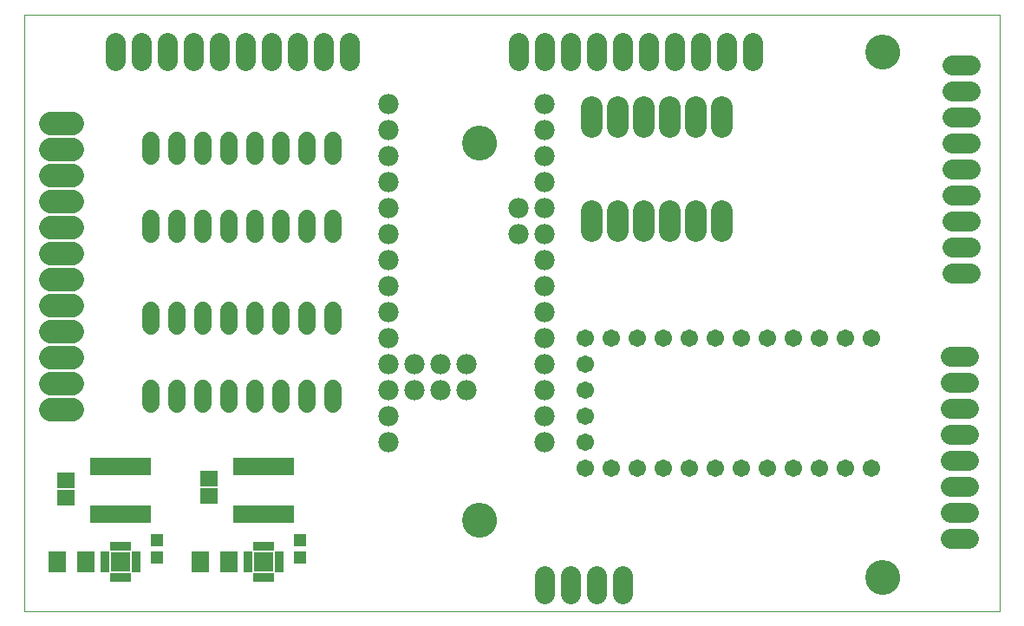
<source format=gts>
G75*
%MOIN*%
%OFA0B0*%
%FSLAX25Y25*%
%IPPOS*%
%LPD*%
%AMOC8*
5,1,8,0,0,1.08239X$1,22.5*
%
%ADD10C,0.00000*%
%ADD11C,0.13398*%
%ADD12R,0.07493X0.07493*%
%ADD13R,0.02139X0.03359*%
%ADD14R,0.03359X0.02139*%
%ADD15R,0.07099X0.07887*%
%ADD16R,0.06706X0.05918*%
%ADD17R,0.23241X0.07099*%
%ADD18R,0.04737X0.05131*%
%ADD19C,0.06737*%
%ADD20C,0.07800*%
%ADD21C,0.09068*%
%ADD22C,0.07800*%
%ADD23C,0.06737*%
%ADD24C,0.08477*%
D10*
X0001000Y0002050D02*
X0001000Y0231459D01*
X0376079Y0231459D01*
X0376079Y0002050D01*
X0001000Y0002050D01*
X0169701Y0037050D02*
X0169703Y0037208D01*
X0169709Y0037366D01*
X0169719Y0037524D01*
X0169733Y0037682D01*
X0169751Y0037839D01*
X0169772Y0037996D01*
X0169798Y0038152D01*
X0169828Y0038308D01*
X0169861Y0038463D01*
X0169899Y0038616D01*
X0169940Y0038769D01*
X0169985Y0038921D01*
X0170034Y0039072D01*
X0170087Y0039221D01*
X0170143Y0039369D01*
X0170203Y0039515D01*
X0170267Y0039660D01*
X0170335Y0039803D01*
X0170406Y0039945D01*
X0170480Y0040085D01*
X0170558Y0040222D01*
X0170640Y0040358D01*
X0170724Y0040492D01*
X0170813Y0040623D01*
X0170904Y0040752D01*
X0170999Y0040879D01*
X0171096Y0041004D01*
X0171197Y0041126D01*
X0171301Y0041245D01*
X0171408Y0041362D01*
X0171518Y0041476D01*
X0171631Y0041587D01*
X0171746Y0041696D01*
X0171864Y0041801D01*
X0171985Y0041903D01*
X0172108Y0042003D01*
X0172234Y0042099D01*
X0172362Y0042192D01*
X0172492Y0042282D01*
X0172625Y0042368D01*
X0172760Y0042452D01*
X0172896Y0042531D01*
X0173035Y0042608D01*
X0173176Y0042680D01*
X0173318Y0042750D01*
X0173462Y0042815D01*
X0173608Y0042877D01*
X0173755Y0042935D01*
X0173904Y0042990D01*
X0174054Y0043041D01*
X0174205Y0043088D01*
X0174357Y0043131D01*
X0174510Y0043170D01*
X0174665Y0043206D01*
X0174820Y0043237D01*
X0174976Y0043265D01*
X0175132Y0043289D01*
X0175289Y0043309D01*
X0175447Y0043325D01*
X0175604Y0043337D01*
X0175763Y0043345D01*
X0175921Y0043349D01*
X0176079Y0043349D01*
X0176237Y0043345D01*
X0176396Y0043337D01*
X0176553Y0043325D01*
X0176711Y0043309D01*
X0176868Y0043289D01*
X0177024Y0043265D01*
X0177180Y0043237D01*
X0177335Y0043206D01*
X0177490Y0043170D01*
X0177643Y0043131D01*
X0177795Y0043088D01*
X0177946Y0043041D01*
X0178096Y0042990D01*
X0178245Y0042935D01*
X0178392Y0042877D01*
X0178538Y0042815D01*
X0178682Y0042750D01*
X0178824Y0042680D01*
X0178965Y0042608D01*
X0179104Y0042531D01*
X0179240Y0042452D01*
X0179375Y0042368D01*
X0179508Y0042282D01*
X0179638Y0042192D01*
X0179766Y0042099D01*
X0179892Y0042003D01*
X0180015Y0041903D01*
X0180136Y0041801D01*
X0180254Y0041696D01*
X0180369Y0041587D01*
X0180482Y0041476D01*
X0180592Y0041362D01*
X0180699Y0041245D01*
X0180803Y0041126D01*
X0180904Y0041004D01*
X0181001Y0040879D01*
X0181096Y0040752D01*
X0181187Y0040623D01*
X0181276Y0040492D01*
X0181360Y0040358D01*
X0181442Y0040222D01*
X0181520Y0040085D01*
X0181594Y0039945D01*
X0181665Y0039803D01*
X0181733Y0039660D01*
X0181797Y0039515D01*
X0181857Y0039369D01*
X0181913Y0039221D01*
X0181966Y0039072D01*
X0182015Y0038921D01*
X0182060Y0038769D01*
X0182101Y0038616D01*
X0182139Y0038463D01*
X0182172Y0038308D01*
X0182202Y0038152D01*
X0182228Y0037996D01*
X0182249Y0037839D01*
X0182267Y0037682D01*
X0182281Y0037524D01*
X0182291Y0037366D01*
X0182297Y0037208D01*
X0182299Y0037050D01*
X0182297Y0036892D01*
X0182291Y0036734D01*
X0182281Y0036576D01*
X0182267Y0036418D01*
X0182249Y0036261D01*
X0182228Y0036104D01*
X0182202Y0035948D01*
X0182172Y0035792D01*
X0182139Y0035637D01*
X0182101Y0035484D01*
X0182060Y0035331D01*
X0182015Y0035179D01*
X0181966Y0035028D01*
X0181913Y0034879D01*
X0181857Y0034731D01*
X0181797Y0034585D01*
X0181733Y0034440D01*
X0181665Y0034297D01*
X0181594Y0034155D01*
X0181520Y0034015D01*
X0181442Y0033878D01*
X0181360Y0033742D01*
X0181276Y0033608D01*
X0181187Y0033477D01*
X0181096Y0033348D01*
X0181001Y0033221D01*
X0180904Y0033096D01*
X0180803Y0032974D01*
X0180699Y0032855D01*
X0180592Y0032738D01*
X0180482Y0032624D01*
X0180369Y0032513D01*
X0180254Y0032404D01*
X0180136Y0032299D01*
X0180015Y0032197D01*
X0179892Y0032097D01*
X0179766Y0032001D01*
X0179638Y0031908D01*
X0179508Y0031818D01*
X0179375Y0031732D01*
X0179240Y0031648D01*
X0179104Y0031569D01*
X0178965Y0031492D01*
X0178824Y0031420D01*
X0178682Y0031350D01*
X0178538Y0031285D01*
X0178392Y0031223D01*
X0178245Y0031165D01*
X0178096Y0031110D01*
X0177946Y0031059D01*
X0177795Y0031012D01*
X0177643Y0030969D01*
X0177490Y0030930D01*
X0177335Y0030894D01*
X0177180Y0030863D01*
X0177024Y0030835D01*
X0176868Y0030811D01*
X0176711Y0030791D01*
X0176553Y0030775D01*
X0176396Y0030763D01*
X0176237Y0030755D01*
X0176079Y0030751D01*
X0175921Y0030751D01*
X0175763Y0030755D01*
X0175604Y0030763D01*
X0175447Y0030775D01*
X0175289Y0030791D01*
X0175132Y0030811D01*
X0174976Y0030835D01*
X0174820Y0030863D01*
X0174665Y0030894D01*
X0174510Y0030930D01*
X0174357Y0030969D01*
X0174205Y0031012D01*
X0174054Y0031059D01*
X0173904Y0031110D01*
X0173755Y0031165D01*
X0173608Y0031223D01*
X0173462Y0031285D01*
X0173318Y0031350D01*
X0173176Y0031420D01*
X0173035Y0031492D01*
X0172896Y0031569D01*
X0172760Y0031648D01*
X0172625Y0031732D01*
X0172492Y0031818D01*
X0172362Y0031908D01*
X0172234Y0032001D01*
X0172108Y0032097D01*
X0171985Y0032197D01*
X0171864Y0032299D01*
X0171746Y0032404D01*
X0171631Y0032513D01*
X0171518Y0032624D01*
X0171408Y0032738D01*
X0171301Y0032855D01*
X0171197Y0032974D01*
X0171096Y0033096D01*
X0170999Y0033221D01*
X0170904Y0033348D01*
X0170813Y0033477D01*
X0170724Y0033608D01*
X0170640Y0033742D01*
X0170558Y0033878D01*
X0170480Y0034015D01*
X0170406Y0034155D01*
X0170335Y0034297D01*
X0170267Y0034440D01*
X0170203Y0034585D01*
X0170143Y0034731D01*
X0170087Y0034879D01*
X0170034Y0035028D01*
X0169985Y0035179D01*
X0169940Y0035331D01*
X0169899Y0035484D01*
X0169861Y0035637D01*
X0169828Y0035792D01*
X0169798Y0035948D01*
X0169772Y0036104D01*
X0169751Y0036261D01*
X0169733Y0036418D01*
X0169719Y0036576D01*
X0169709Y0036734D01*
X0169703Y0036892D01*
X0169701Y0037050D01*
X0324701Y0015050D02*
X0324703Y0015208D01*
X0324709Y0015366D01*
X0324719Y0015524D01*
X0324733Y0015682D01*
X0324751Y0015839D01*
X0324772Y0015996D01*
X0324798Y0016152D01*
X0324828Y0016308D01*
X0324861Y0016463D01*
X0324899Y0016616D01*
X0324940Y0016769D01*
X0324985Y0016921D01*
X0325034Y0017072D01*
X0325087Y0017221D01*
X0325143Y0017369D01*
X0325203Y0017515D01*
X0325267Y0017660D01*
X0325335Y0017803D01*
X0325406Y0017945D01*
X0325480Y0018085D01*
X0325558Y0018222D01*
X0325640Y0018358D01*
X0325724Y0018492D01*
X0325813Y0018623D01*
X0325904Y0018752D01*
X0325999Y0018879D01*
X0326096Y0019004D01*
X0326197Y0019126D01*
X0326301Y0019245D01*
X0326408Y0019362D01*
X0326518Y0019476D01*
X0326631Y0019587D01*
X0326746Y0019696D01*
X0326864Y0019801D01*
X0326985Y0019903D01*
X0327108Y0020003D01*
X0327234Y0020099D01*
X0327362Y0020192D01*
X0327492Y0020282D01*
X0327625Y0020368D01*
X0327760Y0020452D01*
X0327896Y0020531D01*
X0328035Y0020608D01*
X0328176Y0020680D01*
X0328318Y0020750D01*
X0328462Y0020815D01*
X0328608Y0020877D01*
X0328755Y0020935D01*
X0328904Y0020990D01*
X0329054Y0021041D01*
X0329205Y0021088D01*
X0329357Y0021131D01*
X0329510Y0021170D01*
X0329665Y0021206D01*
X0329820Y0021237D01*
X0329976Y0021265D01*
X0330132Y0021289D01*
X0330289Y0021309D01*
X0330447Y0021325D01*
X0330604Y0021337D01*
X0330763Y0021345D01*
X0330921Y0021349D01*
X0331079Y0021349D01*
X0331237Y0021345D01*
X0331396Y0021337D01*
X0331553Y0021325D01*
X0331711Y0021309D01*
X0331868Y0021289D01*
X0332024Y0021265D01*
X0332180Y0021237D01*
X0332335Y0021206D01*
X0332490Y0021170D01*
X0332643Y0021131D01*
X0332795Y0021088D01*
X0332946Y0021041D01*
X0333096Y0020990D01*
X0333245Y0020935D01*
X0333392Y0020877D01*
X0333538Y0020815D01*
X0333682Y0020750D01*
X0333824Y0020680D01*
X0333965Y0020608D01*
X0334104Y0020531D01*
X0334240Y0020452D01*
X0334375Y0020368D01*
X0334508Y0020282D01*
X0334638Y0020192D01*
X0334766Y0020099D01*
X0334892Y0020003D01*
X0335015Y0019903D01*
X0335136Y0019801D01*
X0335254Y0019696D01*
X0335369Y0019587D01*
X0335482Y0019476D01*
X0335592Y0019362D01*
X0335699Y0019245D01*
X0335803Y0019126D01*
X0335904Y0019004D01*
X0336001Y0018879D01*
X0336096Y0018752D01*
X0336187Y0018623D01*
X0336276Y0018492D01*
X0336360Y0018358D01*
X0336442Y0018222D01*
X0336520Y0018085D01*
X0336594Y0017945D01*
X0336665Y0017803D01*
X0336733Y0017660D01*
X0336797Y0017515D01*
X0336857Y0017369D01*
X0336913Y0017221D01*
X0336966Y0017072D01*
X0337015Y0016921D01*
X0337060Y0016769D01*
X0337101Y0016616D01*
X0337139Y0016463D01*
X0337172Y0016308D01*
X0337202Y0016152D01*
X0337228Y0015996D01*
X0337249Y0015839D01*
X0337267Y0015682D01*
X0337281Y0015524D01*
X0337291Y0015366D01*
X0337297Y0015208D01*
X0337299Y0015050D01*
X0337297Y0014892D01*
X0337291Y0014734D01*
X0337281Y0014576D01*
X0337267Y0014418D01*
X0337249Y0014261D01*
X0337228Y0014104D01*
X0337202Y0013948D01*
X0337172Y0013792D01*
X0337139Y0013637D01*
X0337101Y0013484D01*
X0337060Y0013331D01*
X0337015Y0013179D01*
X0336966Y0013028D01*
X0336913Y0012879D01*
X0336857Y0012731D01*
X0336797Y0012585D01*
X0336733Y0012440D01*
X0336665Y0012297D01*
X0336594Y0012155D01*
X0336520Y0012015D01*
X0336442Y0011878D01*
X0336360Y0011742D01*
X0336276Y0011608D01*
X0336187Y0011477D01*
X0336096Y0011348D01*
X0336001Y0011221D01*
X0335904Y0011096D01*
X0335803Y0010974D01*
X0335699Y0010855D01*
X0335592Y0010738D01*
X0335482Y0010624D01*
X0335369Y0010513D01*
X0335254Y0010404D01*
X0335136Y0010299D01*
X0335015Y0010197D01*
X0334892Y0010097D01*
X0334766Y0010001D01*
X0334638Y0009908D01*
X0334508Y0009818D01*
X0334375Y0009732D01*
X0334240Y0009648D01*
X0334104Y0009569D01*
X0333965Y0009492D01*
X0333824Y0009420D01*
X0333682Y0009350D01*
X0333538Y0009285D01*
X0333392Y0009223D01*
X0333245Y0009165D01*
X0333096Y0009110D01*
X0332946Y0009059D01*
X0332795Y0009012D01*
X0332643Y0008969D01*
X0332490Y0008930D01*
X0332335Y0008894D01*
X0332180Y0008863D01*
X0332024Y0008835D01*
X0331868Y0008811D01*
X0331711Y0008791D01*
X0331553Y0008775D01*
X0331396Y0008763D01*
X0331237Y0008755D01*
X0331079Y0008751D01*
X0330921Y0008751D01*
X0330763Y0008755D01*
X0330604Y0008763D01*
X0330447Y0008775D01*
X0330289Y0008791D01*
X0330132Y0008811D01*
X0329976Y0008835D01*
X0329820Y0008863D01*
X0329665Y0008894D01*
X0329510Y0008930D01*
X0329357Y0008969D01*
X0329205Y0009012D01*
X0329054Y0009059D01*
X0328904Y0009110D01*
X0328755Y0009165D01*
X0328608Y0009223D01*
X0328462Y0009285D01*
X0328318Y0009350D01*
X0328176Y0009420D01*
X0328035Y0009492D01*
X0327896Y0009569D01*
X0327760Y0009648D01*
X0327625Y0009732D01*
X0327492Y0009818D01*
X0327362Y0009908D01*
X0327234Y0010001D01*
X0327108Y0010097D01*
X0326985Y0010197D01*
X0326864Y0010299D01*
X0326746Y0010404D01*
X0326631Y0010513D01*
X0326518Y0010624D01*
X0326408Y0010738D01*
X0326301Y0010855D01*
X0326197Y0010974D01*
X0326096Y0011096D01*
X0325999Y0011221D01*
X0325904Y0011348D01*
X0325813Y0011477D01*
X0325724Y0011608D01*
X0325640Y0011742D01*
X0325558Y0011878D01*
X0325480Y0012015D01*
X0325406Y0012155D01*
X0325335Y0012297D01*
X0325267Y0012440D01*
X0325203Y0012585D01*
X0325143Y0012731D01*
X0325087Y0012879D01*
X0325034Y0013028D01*
X0324985Y0013179D01*
X0324940Y0013331D01*
X0324899Y0013484D01*
X0324861Y0013637D01*
X0324828Y0013792D01*
X0324798Y0013948D01*
X0324772Y0014104D01*
X0324751Y0014261D01*
X0324733Y0014418D01*
X0324719Y0014576D01*
X0324709Y0014734D01*
X0324703Y0014892D01*
X0324701Y0015050D01*
X0169701Y0182050D02*
X0169703Y0182208D01*
X0169709Y0182366D01*
X0169719Y0182524D01*
X0169733Y0182682D01*
X0169751Y0182839D01*
X0169772Y0182996D01*
X0169798Y0183152D01*
X0169828Y0183308D01*
X0169861Y0183463D01*
X0169899Y0183616D01*
X0169940Y0183769D01*
X0169985Y0183921D01*
X0170034Y0184072D01*
X0170087Y0184221D01*
X0170143Y0184369D01*
X0170203Y0184515D01*
X0170267Y0184660D01*
X0170335Y0184803D01*
X0170406Y0184945D01*
X0170480Y0185085D01*
X0170558Y0185222D01*
X0170640Y0185358D01*
X0170724Y0185492D01*
X0170813Y0185623D01*
X0170904Y0185752D01*
X0170999Y0185879D01*
X0171096Y0186004D01*
X0171197Y0186126D01*
X0171301Y0186245D01*
X0171408Y0186362D01*
X0171518Y0186476D01*
X0171631Y0186587D01*
X0171746Y0186696D01*
X0171864Y0186801D01*
X0171985Y0186903D01*
X0172108Y0187003D01*
X0172234Y0187099D01*
X0172362Y0187192D01*
X0172492Y0187282D01*
X0172625Y0187368D01*
X0172760Y0187452D01*
X0172896Y0187531D01*
X0173035Y0187608D01*
X0173176Y0187680D01*
X0173318Y0187750D01*
X0173462Y0187815D01*
X0173608Y0187877D01*
X0173755Y0187935D01*
X0173904Y0187990D01*
X0174054Y0188041D01*
X0174205Y0188088D01*
X0174357Y0188131D01*
X0174510Y0188170D01*
X0174665Y0188206D01*
X0174820Y0188237D01*
X0174976Y0188265D01*
X0175132Y0188289D01*
X0175289Y0188309D01*
X0175447Y0188325D01*
X0175604Y0188337D01*
X0175763Y0188345D01*
X0175921Y0188349D01*
X0176079Y0188349D01*
X0176237Y0188345D01*
X0176396Y0188337D01*
X0176553Y0188325D01*
X0176711Y0188309D01*
X0176868Y0188289D01*
X0177024Y0188265D01*
X0177180Y0188237D01*
X0177335Y0188206D01*
X0177490Y0188170D01*
X0177643Y0188131D01*
X0177795Y0188088D01*
X0177946Y0188041D01*
X0178096Y0187990D01*
X0178245Y0187935D01*
X0178392Y0187877D01*
X0178538Y0187815D01*
X0178682Y0187750D01*
X0178824Y0187680D01*
X0178965Y0187608D01*
X0179104Y0187531D01*
X0179240Y0187452D01*
X0179375Y0187368D01*
X0179508Y0187282D01*
X0179638Y0187192D01*
X0179766Y0187099D01*
X0179892Y0187003D01*
X0180015Y0186903D01*
X0180136Y0186801D01*
X0180254Y0186696D01*
X0180369Y0186587D01*
X0180482Y0186476D01*
X0180592Y0186362D01*
X0180699Y0186245D01*
X0180803Y0186126D01*
X0180904Y0186004D01*
X0181001Y0185879D01*
X0181096Y0185752D01*
X0181187Y0185623D01*
X0181276Y0185492D01*
X0181360Y0185358D01*
X0181442Y0185222D01*
X0181520Y0185085D01*
X0181594Y0184945D01*
X0181665Y0184803D01*
X0181733Y0184660D01*
X0181797Y0184515D01*
X0181857Y0184369D01*
X0181913Y0184221D01*
X0181966Y0184072D01*
X0182015Y0183921D01*
X0182060Y0183769D01*
X0182101Y0183616D01*
X0182139Y0183463D01*
X0182172Y0183308D01*
X0182202Y0183152D01*
X0182228Y0182996D01*
X0182249Y0182839D01*
X0182267Y0182682D01*
X0182281Y0182524D01*
X0182291Y0182366D01*
X0182297Y0182208D01*
X0182299Y0182050D01*
X0182297Y0181892D01*
X0182291Y0181734D01*
X0182281Y0181576D01*
X0182267Y0181418D01*
X0182249Y0181261D01*
X0182228Y0181104D01*
X0182202Y0180948D01*
X0182172Y0180792D01*
X0182139Y0180637D01*
X0182101Y0180484D01*
X0182060Y0180331D01*
X0182015Y0180179D01*
X0181966Y0180028D01*
X0181913Y0179879D01*
X0181857Y0179731D01*
X0181797Y0179585D01*
X0181733Y0179440D01*
X0181665Y0179297D01*
X0181594Y0179155D01*
X0181520Y0179015D01*
X0181442Y0178878D01*
X0181360Y0178742D01*
X0181276Y0178608D01*
X0181187Y0178477D01*
X0181096Y0178348D01*
X0181001Y0178221D01*
X0180904Y0178096D01*
X0180803Y0177974D01*
X0180699Y0177855D01*
X0180592Y0177738D01*
X0180482Y0177624D01*
X0180369Y0177513D01*
X0180254Y0177404D01*
X0180136Y0177299D01*
X0180015Y0177197D01*
X0179892Y0177097D01*
X0179766Y0177001D01*
X0179638Y0176908D01*
X0179508Y0176818D01*
X0179375Y0176732D01*
X0179240Y0176648D01*
X0179104Y0176569D01*
X0178965Y0176492D01*
X0178824Y0176420D01*
X0178682Y0176350D01*
X0178538Y0176285D01*
X0178392Y0176223D01*
X0178245Y0176165D01*
X0178096Y0176110D01*
X0177946Y0176059D01*
X0177795Y0176012D01*
X0177643Y0175969D01*
X0177490Y0175930D01*
X0177335Y0175894D01*
X0177180Y0175863D01*
X0177024Y0175835D01*
X0176868Y0175811D01*
X0176711Y0175791D01*
X0176553Y0175775D01*
X0176396Y0175763D01*
X0176237Y0175755D01*
X0176079Y0175751D01*
X0175921Y0175751D01*
X0175763Y0175755D01*
X0175604Y0175763D01*
X0175447Y0175775D01*
X0175289Y0175791D01*
X0175132Y0175811D01*
X0174976Y0175835D01*
X0174820Y0175863D01*
X0174665Y0175894D01*
X0174510Y0175930D01*
X0174357Y0175969D01*
X0174205Y0176012D01*
X0174054Y0176059D01*
X0173904Y0176110D01*
X0173755Y0176165D01*
X0173608Y0176223D01*
X0173462Y0176285D01*
X0173318Y0176350D01*
X0173176Y0176420D01*
X0173035Y0176492D01*
X0172896Y0176569D01*
X0172760Y0176648D01*
X0172625Y0176732D01*
X0172492Y0176818D01*
X0172362Y0176908D01*
X0172234Y0177001D01*
X0172108Y0177097D01*
X0171985Y0177197D01*
X0171864Y0177299D01*
X0171746Y0177404D01*
X0171631Y0177513D01*
X0171518Y0177624D01*
X0171408Y0177738D01*
X0171301Y0177855D01*
X0171197Y0177974D01*
X0171096Y0178096D01*
X0170999Y0178221D01*
X0170904Y0178348D01*
X0170813Y0178477D01*
X0170724Y0178608D01*
X0170640Y0178742D01*
X0170558Y0178878D01*
X0170480Y0179015D01*
X0170406Y0179155D01*
X0170335Y0179297D01*
X0170267Y0179440D01*
X0170203Y0179585D01*
X0170143Y0179731D01*
X0170087Y0179879D01*
X0170034Y0180028D01*
X0169985Y0180179D01*
X0169940Y0180331D01*
X0169899Y0180484D01*
X0169861Y0180637D01*
X0169828Y0180792D01*
X0169798Y0180948D01*
X0169772Y0181104D01*
X0169751Y0181261D01*
X0169733Y0181418D01*
X0169719Y0181576D01*
X0169709Y0181734D01*
X0169703Y0181892D01*
X0169701Y0182050D01*
X0324701Y0217050D02*
X0324703Y0217208D01*
X0324709Y0217366D01*
X0324719Y0217524D01*
X0324733Y0217682D01*
X0324751Y0217839D01*
X0324772Y0217996D01*
X0324798Y0218152D01*
X0324828Y0218308D01*
X0324861Y0218463D01*
X0324899Y0218616D01*
X0324940Y0218769D01*
X0324985Y0218921D01*
X0325034Y0219072D01*
X0325087Y0219221D01*
X0325143Y0219369D01*
X0325203Y0219515D01*
X0325267Y0219660D01*
X0325335Y0219803D01*
X0325406Y0219945D01*
X0325480Y0220085D01*
X0325558Y0220222D01*
X0325640Y0220358D01*
X0325724Y0220492D01*
X0325813Y0220623D01*
X0325904Y0220752D01*
X0325999Y0220879D01*
X0326096Y0221004D01*
X0326197Y0221126D01*
X0326301Y0221245D01*
X0326408Y0221362D01*
X0326518Y0221476D01*
X0326631Y0221587D01*
X0326746Y0221696D01*
X0326864Y0221801D01*
X0326985Y0221903D01*
X0327108Y0222003D01*
X0327234Y0222099D01*
X0327362Y0222192D01*
X0327492Y0222282D01*
X0327625Y0222368D01*
X0327760Y0222452D01*
X0327896Y0222531D01*
X0328035Y0222608D01*
X0328176Y0222680D01*
X0328318Y0222750D01*
X0328462Y0222815D01*
X0328608Y0222877D01*
X0328755Y0222935D01*
X0328904Y0222990D01*
X0329054Y0223041D01*
X0329205Y0223088D01*
X0329357Y0223131D01*
X0329510Y0223170D01*
X0329665Y0223206D01*
X0329820Y0223237D01*
X0329976Y0223265D01*
X0330132Y0223289D01*
X0330289Y0223309D01*
X0330447Y0223325D01*
X0330604Y0223337D01*
X0330763Y0223345D01*
X0330921Y0223349D01*
X0331079Y0223349D01*
X0331237Y0223345D01*
X0331396Y0223337D01*
X0331553Y0223325D01*
X0331711Y0223309D01*
X0331868Y0223289D01*
X0332024Y0223265D01*
X0332180Y0223237D01*
X0332335Y0223206D01*
X0332490Y0223170D01*
X0332643Y0223131D01*
X0332795Y0223088D01*
X0332946Y0223041D01*
X0333096Y0222990D01*
X0333245Y0222935D01*
X0333392Y0222877D01*
X0333538Y0222815D01*
X0333682Y0222750D01*
X0333824Y0222680D01*
X0333965Y0222608D01*
X0334104Y0222531D01*
X0334240Y0222452D01*
X0334375Y0222368D01*
X0334508Y0222282D01*
X0334638Y0222192D01*
X0334766Y0222099D01*
X0334892Y0222003D01*
X0335015Y0221903D01*
X0335136Y0221801D01*
X0335254Y0221696D01*
X0335369Y0221587D01*
X0335482Y0221476D01*
X0335592Y0221362D01*
X0335699Y0221245D01*
X0335803Y0221126D01*
X0335904Y0221004D01*
X0336001Y0220879D01*
X0336096Y0220752D01*
X0336187Y0220623D01*
X0336276Y0220492D01*
X0336360Y0220358D01*
X0336442Y0220222D01*
X0336520Y0220085D01*
X0336594Y0219945D01*
X0336665Y0219803D01*
X0336733Y0219660D01*
X0336797Y0219515D01*
X0336857Y0219369D01*
X0336913Y0219221D01*
X0336966Y0219072D01*
X0337015Y0218921D01*
X0337060Y0218769D01*
X0337101Y0218616D01*
X0337139Y0218463D01*
X0337172Y0218308D01*
X0337202Y0218152D01*
X0337228Y0217996D01*
X0337249Y0217839D01*
X0337267Y0217682D01*
X0337281Y0217524D01*
X0337291Y0217366D01*
X0337297Y0217208D01*
X0337299Y0217050D01*
X0337297Y0216892D01*
X0337291Y0216734D01*
X0337281Y0216576D01*
X0337267Y0216418D01*
X0337249Y0216261D01*
X0337228Y0216104D01*
X0337202Y0215948D01*
X0337172Y0215792D01*
X0337139Y0215637D01*
X0337101Y0215484D01*
X0337060Y0215331D01*
X0337015Y0215179D01*
X0336966Y0215028D01*
X0336913Y0214879D01*
X0336857Y0214731D01*
X0336797Y0214585D01*
X0336733Y0214440D01*
X0336665Y0214297D01*
X0336594Y0214155D01*
X0336520Y0214015D01*
X0336442Y0213878D01*
X0336360Y0213742D01*
X0336276Y0213608D01*
X0336187Y0213477D01*
X0336096Y0213348D01*
X0336001Y0213221D01*
X0335904Y0213096D01*
X0335803Y0212974D01*
X0335699Y0212855D01*
X0335592Y0212738D01*
X0335482Y0212624D01*
X0335369Y0212513D01*
X0335254Y0212404D01*
X0335136Y0212299D01*
X0335015Y0212197D01*
X0334892Y0212097D01*
X0334766Y0212001D01*
X0334638Y0211908D01*
X0334508Y0211818D01*
X0334375Y0211732D01*
X0334240Y0211648D01*
X0334104Y0211569D01*
X0333965Y0211492D01*
X0333824Y0211420D01*
X0333682Y0211350D01*
X0333538Y0211285D01*
X0333392Y0211223D01*
X0333245Y0211165D01*
X0333096Y0211110D01*
X0332946Y0211059D01*
X0332795Y0211012D01*
X0332643Y0210969D01*
X0332490Y0210930D01*
X0332335Y0210894D01*
X0332180Y0210863D01*
X0332024Y0210835D01*
X0331868Y0210811D01*
X0331711Y0210791D01*
X0331553Y0210775D01*
X0331396Y0210763D01*
X0331237Y0210755D01*
X0331079Y0210751D01*
X0330921Y0210751D01*
X0330763Y0210755D01*
X0330604Y0210763D01*
X0330447Y0210775D01*
X0330289Y0210791D01*
X0330132Y0210811D01*
X0329976Y0210835D01*
X0329820Y0210863D01*
X0329665Y0210894D01*
X0329510Y0210930D01*
X0329357Y0210969D01*
X0329205Y0211012D01*
X0329054Y0211059D01*
X0328904Y0211110D01*
X0328755Y0211165D01*
X0328608Y0211223D01*
X0328462Y0211285D01*
X0328318Y0211350D01*
X0328176Y0211420D01*
X0328035Y0211492D01*
X0327896Y0211569D01*
X0327760Y0211648D01*
X0327625Y0211732D01*
X0327492Y0211818D01*
X0327362Y0211908D01*
X0327234Y0212001D01*
X0327108Y0212097D01*
X0326985Y0212197D01*
X0326864Y0212299D01*
X0326746Y0212404D01*
X0326631Y0212513D01*
X0326518Y0212624D01*
X0326408Y0212738D01*
X0326301Y0212855D01*
X0326197Y0212974D01*
X0326096Y0213096D01*
X0325999Y0213221D01*
X0325904Y0213348D01*
X0325813Y0213477D01*
X0325724Y0213608D01*
X0325640Y0213742D01*
X0325558Y0213878D01*
X0325480Y0214015D01*
X0325406Y0214155D01*
X0325335Y0214297D01*
X0325267Y0214440D01*
X0325203Y0214585D01*
X0325143Y0214731D01*
X0325087Y0214879D01*
X0325034Y0215028D01*
X0324985Y0215179D01*
X0324940Y0215331D01*
X0324899Y0215484D01*
X0324861Y0215637D01*
X0324828Y0215792D01*
X0324798Y0215948D01*
X0324772Y0216104D01*
X0324751Y0216261D01*
X0324733Y0216418D01*
X0324719Y0216576D01*
X0324709Y0216734D01*
X0324703Y0216892D01*
X0324701Y0217050D01*
D11*
X0331000Y0217050D03*
X0176000Y0182050D03*
X0176000Y0037050D03*
X0331000Y0015050D03*
D12*
X0093000Y0021050D03*
X0038000Y0021050D03*
D13*
X0037016Y0026956D03*
X0038984Y0026956D03*
X0040953Y0026956D03*
X0035047Y0026956D03*
X0035047Y0015144D03*
X0037016Y0015144D03*
X0038984Y0015144D03*
X0040953Y0015144D03*
X0090047Y0015144D03*
X0092016Y0015144D03*
X0093984Y0015144D03*
X0095953Y0015144D03*
X0095953Y0026956D03*
X0093984Y0026956D03*
X0092016Y0026956D03*
X0090047Y0026956D03*
D14*
X0087094Y0024003D03*
X0087094Y0022034D03*
X0087094Y0020066D03*
X0087094Y0018097D03*
X0098906Y0018097D03*
X0098906Y0020066D03*
X0098906Y0022034D03*
X0098906Y0024003D03*
X0043906Y0024003D03*
X0043906Y0022034D03*
X0043906Y0020066D03*
X0043906Y0018097D03*
X0032094Y0018097D03*
X0032094Y0020066D03*
X0032094Y0022034D03*
X0032094Y0024003D03*
D15*
X0024512Y0021050D03*
X0013488Y0021050D03*
X0068488Y0021050D03*
X0079512Y0021050D03*
D16*
X0072000Y0046204D03*
X0072000Y0052896D03*
X0017000Y0052396D03*
X0017000Y0045704D03*
D17*
X0038000Y0039298D03*
X0038000Y0057802D03*
X0093000Y0057802D03*
X0093000Y0039298D03*
D18*
X0107000Y0029396D03*
X0107000Y0022704D03*
X0052000Y0022704D03*
X0052000Y0029396D03*
D19*
X0049500Y0081581D02*
X0049500Y0087519D01*
X0059500Y0087519D02*
X0059500Y0081581D01*
X0069500Y0081581D02*
X0069500Y0087519D01*
X0079500Y0087519D02*
X0079500Y0081581D01*
X0089500Y0081581D02*
X0089500Y0087519D01*
X0099500Y0087519D02*
X0099500Y0081581D01*
X0109500Y0081581D02*
X0109500Y0087519D01*
X0119500Y0087519D02*
X0119500Y0081581D01*
X0119500Y0111581D02*
X0119500Y0117519D01*
X0109500Y0117519D02*
X0109500Y0111581D01*
X0099500Y0111581D02*
X0099500Y0117519D01*
X0089500Y0117519D02*
X0089500Y0111581D01*
X0079500Y0111581D02*
X0079500Y0117519D01*
X0069500Y0117519D02*
X0069500Y0111581D01*
X0059500Y0111581D02*
X0059500Y0117519D01*
X0049500Y0117519D02*
X0049500Y0111581D01*
X0049500Y0147081D02*
X0049500Y0153019D01*
X0059500Y0153019D02*
X0059500Y0147081D01*
X0069500Y0147081D02*
X0069500Y0153019D01*
X0079500Y0153019D02*
X0079500Y0147081D01*
X0089500Y0147081D02*
X0089500Y0153019D01*
X0099500Y0153019D02*
X0099500Y0147081D01*
X0109500Y0147081D02*
X0109500Y0153019D01*
X0119500Y0153019D02*
X0119500Y0147081D01*
X0119500Y0177081D02*
X0119500Y0183019D01*
X0109500Y0183019D02*
X0109500Y0177081D01*
X0099500Y0177081D02*
X0099500Y0183019D01*
X0089500Y0183019D02*
X0089500Y0177081D01*
X0079500Y0177081D02*
X0079500Y0183019D01*
X0069500Y0183019D02*
X0069500Y0177081D01*
X0059500Y0177081D02*
X0059500Y0183019D01*
X0049500Y0183019D02*
X0049500Y0177081D01*
D20*
X0141000Y0177050D03*
X0141000Y0187050D03*
X0141000Y0197050D03*
X0141000Y0167050D03*
X0141000Y0157050D03*
X0141000Y0147050D03*
X0141000Y0137050D03*
X0141000Y0127050D03*
X0141000Y0117050D03*
X0141000Y0107050D03*
X0141000Y0097050D03*
X0151000Y0097050D03*
X0161000Y0097050D03*
X0171000Y0097050D03*
X0171000Y0087050D03*
X0161000Y0087050D03*
X0151000Y0087050D03*
X0141000Y0087050D03*
X0141000Y0077050D03*
X0141000Y0067050D03*
X0201000Y0067050D03*
X0201000Y0077050D03*
X0201000Y0087050D03*
X0201000Y0097050D03*
X0201000Y0107050D03*
X0201000Y0117050D03*
X0201000Y0127050D03*
X0201000Y0137050D03*
X0201000Y0147050D03*
X0191000Y0147050D03*
X0191000Y0157050D03*
X0201000Y0157050D03*
X0201000Y0167050D03*
X0201000Y0177050D03*
X0201000Y0187050D03*
X0201000Y0197050D03*
D21*
X0019134Y0189550D02*
X0010866Y0189550D01*
X0010866Y0179550D02*
X0019134Y0179550D01*
X0019134Y0169550D02*
X0010866Y0169550D01*
X0010866Y0159550D02*
X0019134Y0159550D01*
X0019134Y0149550D02*
X0010866Y0149550D01*
X0010866Y0139550D02*
X0019134Y0139550D01*
X0019134Y0129550D02*
X0010866Y0129550D01*
X0010866Y0119550D02*
X0019134Y0119550D01*
X0019134Y0109550D02*
X0010866Y0109550D01*
X0010866Y0099550D02*
X0019134Y0099550D01*
X0019134Y0089550D02*
X0010866Y0089550D01*
X0010866Y0079550D02*
X0019134Y0079550D01*
D22*
X0201000Y0015550D02*
X0201000Y0008550D01*
X0211000Y0008550D02*
X0211000Y0015550D01*
X0221000Y0015550D02*
X0221000Y0008550D01*
X0231000Y0008550D02*
X0231000Y0015550D01*
X0357000Y0030050D02*
X0364000Y0030050D01*
X0364000Y0040050D02*
X0357000Y0040050D01*
X0357000Y0050050D02*
X0364000Y0050050D01*
X0364000Y0060050D02*
X0357000Y0060050D01*
X0357000Y0070050D02*
X0364000Y0070050D01*
X0364000Y0080050D02*
X0357000Y0080050D01*
X0357000Y0090050D02*
X0364000Y0090050D01*
X0364000Y0100050D02*
X0357000Y0100050D01*
X0357500Y0132050D02*
X0364500Y0132050D01*
X0364500Y0142050D02*
X0357500Y0142050D01*
X0357500Y0152050D02*
X0364500Y0152050D01*
X0364500Y0162050D02*
X0357500Y0162050D01*
X0357500Y0172050D02*
X0364500Y0172050D01*
X0364500Y0182050D02*
X0357500Y0182050D01*
X0357500Y0192050D02*
X0364500Y0192050D01*
X0364500Y0202050D02*
X0357500Y0202050D01*
X0357500Y0212050D02*
X0364500Y0212050D01*
X0281000Y0213550D02*
X0281000Y0220550D01*
X0271000Y0220550D02*
X0271000Y0213550D01*
X0261000Y0213550D02*
X0261000Y0220550D01*
X0251000Y0220550D02*
X0251000Y0213550D01*
X0241000Y0213550D02*
X0241000Y0220550D01*
X0231000Y0220550D02*
X0231000Y0213550D01*
X0221000Y0213550D02*
X0221000Y0220550D01*
X0211000Y0220550D02*
X0211000Y0213550D01*
X0201000Y0213550D02*
X0201000Y0220550D01*
X0191000Y0220550D02*
X0191000Y0213550D01*
X0126000Y0213550D02*
X0126000Y0220550D01*
X0116000Y0220550D02*
X0116000Y0213550D01*
X0106000Y0213550D02*
X0106000Y0220550D01*
X0096000Y0220550D02*
X0096000Y0213550D01*
X0086000Y0213550D02*
X0086000Y0220550D01*
X0076000Y0220550D02*
X0076000Y0213550D01*
X0066000Y0213550D02*
X0066000Y0220550D01*
X0056000Y0220550D02*
X0056000Y0213550D01*
X0046000Y0213550D02*
X0046000Y0220550D01*
X0036000Y0220550D02*
X0036000Y0213550D01*
D23*
X0216500Y0107050D03*
X0226500Y0107050D03*
X0236500Y0107050D03*
X0246500Y0107050D03*
X0256500Y0107050D03*
X0266500Y0107050D03*
X0276500Y0107050D03*
X0286500Y0107050D03*
X0296500Y0107050D03*
X0306500Y0107050D03*
X0316500Y0107050D03*
X0326500Y0107050D03*
X0326500Y0057050D03*
X0316500Y0057050D03*
X0306500Y0057050D03*
X0296500Y0057050D03*
X0286500Y0057050D03*
X0276500Y0057050D03*
X0266500Y0057050D03*
X0256500Y0057050D03*
X0246500Y0057050D03*
X0236500Y0057050D03*
X0226500Y0057050D03*
X0216500Y0057050D03*
X0216500Y0067050D03*
X0216500Y0077050D03*
X0216500Y0087050D03*
X0216500Y0097050D03*
D24*
X0219000Y0148211D02*
X0219000Y0155889D01*
X0229000Y0155889D02*
X0229000Y0148211D01*
X0239000Y0148211D02*
X0239000Y0155889D01*
X0249000Y0155889D02*
X0249000Y0148211D01*
X0259000Y0148211D02*
X0259000Y0155889D01*
X0269000Y0155889D02*
X0269000Y0148211D01*
X0269000Y0188211D02*
X0269000Y0195889D01*
X0259000Y0195889D02*
X0259000Y0188211D01*
X0249000Y0188211D02*
X0249000Y0195889D01*
X0239000Y0195889D02*
X0239000Y0188211D01*
X0229000Y0188211D02*
X0229000Y0195889D01*
X0219000Y0195889D02*
X0219000Y0188211D01*
M02*

</source>
